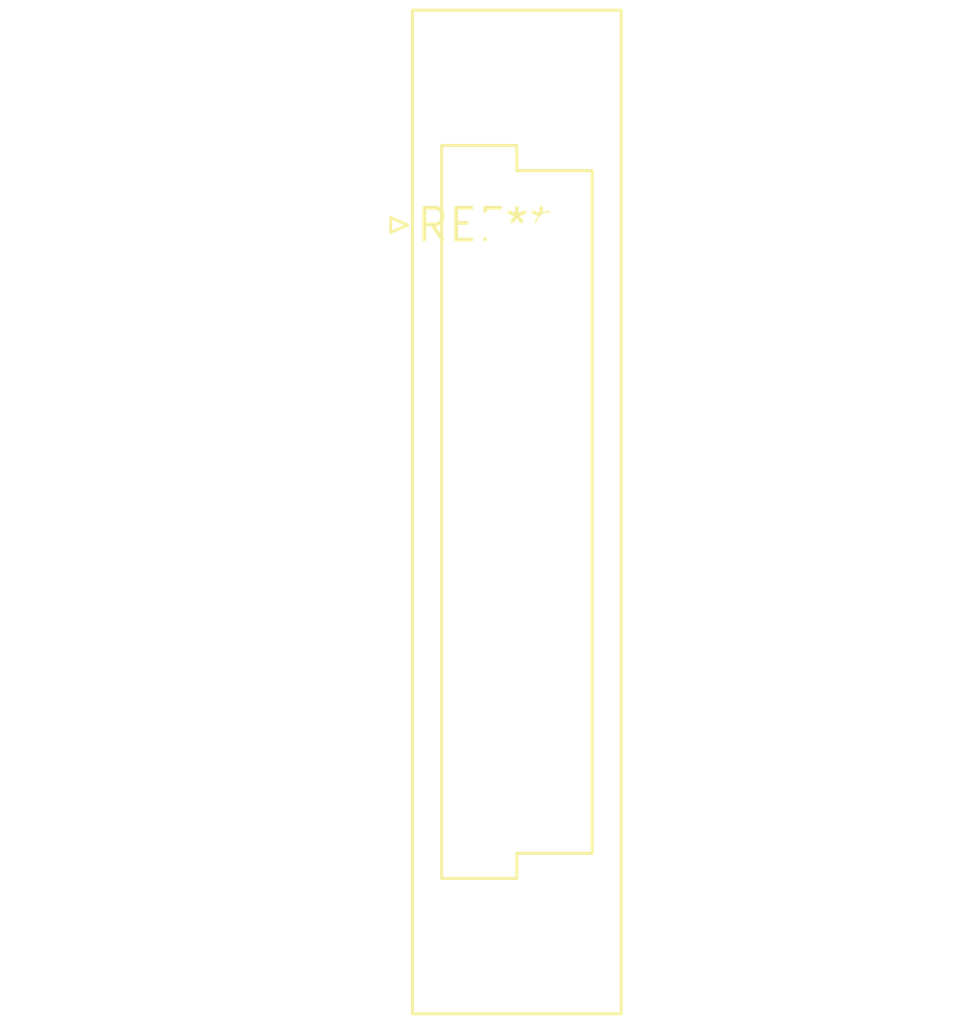
<source format=kicad_pcb>
(kicad_pcb (version 20240108) (generator pcbnew)
  (layers (0 "F.Cu" signal) (31 "B.Cu" signal) (34 "B.Paste" user) (35 "F.Paste" user) (36 "B.SilkS" user "B.Silkscreen") (37 "F.SilkS" user "F.Silkscreen") (38 "B.Mask" user) (39 "F.Mask" user) (44 "Edge.Cuts" user))
  (net 0 "")
  (footprint "DIN41612_B3_2x10_Female_Vertical_THT" (layer "F.Cu") (at 0 0)
    (property "Reference" "REF**")
    (property "Value" "DIN41612_B3_2x10_Female_Vertical_THT")
    (fp_line (start -3.76 -0.3) (end -3.76 0.3) (layer "F.SilkS") (stroke (width 0.12)))
    (fp_line (start -3.76 0.3) (end -3.08 0) (layer "F.SilkS") (stroke (width 0.12)))
    (fp_line (start -3.08 0) (end -3.76 -0.3) (layer "F.SilkS") (stroke (width 0.12)))
    (fp_line (start -2.89 -8.56) (end 5.43 -8.56) (layer "F.SilkS") (stroke (width 0.12)))
    (fp_line (start -2.89 31.42) (end -2.89 -8.56) (layer "F.SilkS") (stroke (width 0.12)))
    (fp_line (start -1.73 -3.17) (end 1.27 -3.17) (layer "F.SilkS") (stroke (width 0.12)))
    (fp_line (start -1.73 26.03) (end -1.73 -3.17) (layer "F.SilkS") (stroke (width 0.12)))
    (fp_line (start 1.27 -3.17) (end 1.27 -2.17) (layer "F.SilkS") (stroke (width 0.12)))
    (fp_line (start 1.27 -2.17) (end 4.27 -2.17) (layer "F.SilkS") (stroke (width 0.12)))
    (fp_line (start 1.27 25.03) (end 1.27 26.03) (layer "F.SilkS") (stroke (width 0.12)))
    (fp_line (start 1.27 26.03) (end -1.73 26.03) (layer "F.SilkS") (stroke (width 0.12)))
    (fp_line (start 4.27 -2.17) (end 4.27 25.03) (layer "F.SilkS") (stroke (width 0.12)))
    (fp_line (start 4.27 25.03) (end 1.27 25.03) (layer "F.SilkS") (stroke (width 0.12)))
    (fp_line (start 5.43 -8.56) (end 5.43 31.42) (layer "F.SilkS") (stroke (width 0.12)))
    (fp_line (start 5.43 31.42) (end -2.89 31.42) (layer "F.SilkS") (stroke (width 0.12)))
    (pad "" np_thru_hole circle (at 2.24 -5.95) (size 2.85 2.85) (drill 2.85) (layers *.Cu *.Mask))
    (pad "" np_thru_hole circle (at 2.24 28.81) (size 2.85 2.85) (drill 2.85) (layers *.Cu *.Mask))
    (pad "a1" thru_hole roundrect (at 0 0) (size 1.55 1.55) (drill 1) (layers *.Cu *.Mask) (remove_unused_layers) (roundrect_rratio 0.16129))
    (pad "a2" thru_hole circle (at 0 2.54) (size 1.55 1.55) (drill 1) (layers *.Cu *.Mask) (remove_unused_layers))
    (pad "a3" thru_hole circle (at 0 5.08) (size 1.55 1.55) (drill 1) (layers *.Cu *.Mask) (remove_unused_layers))
    (pad "a4" thru_hole circle (at 0 7.62) (size 1.55 1.55) (drill 1) (layers *.Cu *.Mask) (remove_unused_layers))
    (pad "a5" thru_hole circle (at 0 10.16) (size 1.55 1.55) (drill 1) (layers *.Cu *.Mask) (remove_unused_layers))
    (pad "a6" thru_hole circle (at 0 12.7) (size 1.55 1.55) (drill 1) (layers *.Cu *.Mask) (remove_unused_layers))
    (pad "a7" thru_hole circle (at 0 15.24) (size 1.55 1.55) (drill 1) (layers *.Cu *.Mask) (remove_unused_layers))
    (pad "a8" thru_hole circle (at 0 17.78) (size 1.55 1.55) (drill 1) (layers *.Cu *.Mask) (remove_unused_layers))
    (pad "a9" thru_hole circle (at 0 20.32) (size 1.55 1.55) (drill 1) (layers *.Cu *.Mask) (remove_unused_layers))
    (pad "a10" thru_hole circle (at 0 22.86) (size 1.55 1.55) (drill 1) (layers *.Cu *.Mask) (remove_unused_layers))
    (pad "b1" thru_hole circle (at 2.54 0) (size 1.55 1.55) (drill 1) (layers *.Cu *.Mask) (remove_unused_layers))
    (pad "b2" thru_hole circle (at 2.54 2.54) (size 1.55 1.55) (drill 1) (layers *.Cu *.Mask) (remove_unused_layers))
    (pad "b3" thru_hole circle (at 2.54 5.08) (size 1.55 1.55) (drill 1) (layers *.Cu *.Mask) (remove_unused_layers))
    (pad "b4" thru_hole circle (at 2.54 7.62) (size 1.55 1.55) (drill 1) (layers *.Cu *.Mask) (remove_unused_layers))
    (pad "b5" thru_hole circle (at 2.54 10.16) (size 1.55 1.55) (drill 1) (layers *.Cu *.Mask) (remove_unused_layers))
    (pad "b6" thru_hole circle (at 2.54 12.7) (size 1.55 1.55) (drill 1) (layers *.Cu *.Mask) (remove_unused_layers))
    (pad "b7" thru_hole circle (at 2.54 15.24) (size 1.55 1.55) (drill 1) (layers *.Cu *.Mask) (remove_unused_layers))
    (pad "b8" thru_hole circle (at 2.54 17.78) (size 1.55 1.55) (drill 1) (layers *.Cu *.Mask) (remove_unused_layers))
    (pad "b9" thru_hole circle (at 2.54 20.32) (size 1.55 1.55) (drill 1) (layers *.Cu *.Mask) (remove_unused_layers))
    (pad "b10" thru_hole circle (at 2.54 22.86) (size 1.55 1.55) (drill 1) (layers *.Cu *.Mask) (remove_unused_layers))
  )
)
</source>
